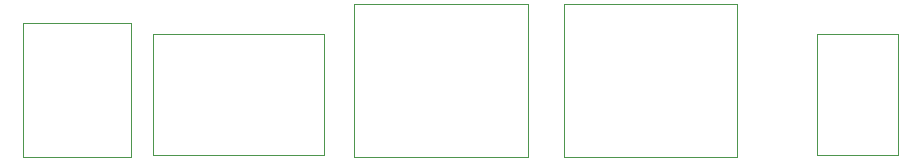
<source format=gbr>
G04 #@! TF.FileFunction,Drawing*
%FSLAX46Y46*%
G04 Gerber Fmt 4.6, Leading zero omitted, Abs format (unit mm)*
G04 Created by KiCad (PCBNEW 4.0.4+e1-6308~48~ubuntu15.10.1-stable) date Thu Jan 25 11:04:30 2018*
%MOMM*%
%LPD*%
G01*
G04 APERTURE LIST*
%ADD10C,0.100000*%
G04 APERTURE END LIST*
D10*
X70947522Y-95748040D02*
X70947522Y-106048040D01*
X56487522Y-95748040D02*
X70947522Y-95748040D01*
X56487522Y-106048040D02*
X56487522Y-95748040D01*
X70947522Y-106048040D02*
X56487522Y-106048040D01*
X119562522Y-95748040D02*
X119562522Y-106048040D01*
X112712522Y-95748040D02*
X119562522Y-95748040D01*
X112712522Y-106048040D02*
X112712522Y-95748040D01*
X119562522Y-106048040D02*
X112712522Y-106048040D01*
X105925522Y-106148040D02*
X91225522Y-106148040D01*
X105925522Y-93248040D02*
X105925522Y-106148040D01*
X91225522Y-93248040D02*
X105925522Y-93248040D01*
X91225522Y-106148040D02*
X91225522Y-93248040D01*
X88175522Y-106148040D02*
X73475522Y-106148040D01*
X88175522Y-93248040D02*
X88175522Y-106148040D01*
X73475522Y-93248040D02*
X88175522Y-93248040D01*
X73475522Y-106148040D02*
X73475522Y-93248040D01*
X54417522Y-94848040D02*
X54614822Y-94848040D01*
X54614822Y-94848040D02*
X54617522Y-95048040D01*
X54614822Y-106148040D02*
X54617522Y-105948040D01*
X54417522Y-106148040D02*
X54614822Y-106148040D01*
X45617522Y-94848040D02*
X45420222Y-94848040D01*
X45420222Y-94848040D02*
X45417522Y-95048040D01*
X45420222Y-106148040D02*
X45417522Y-105948040D01*
X45617522Y-106148040D02*
X45420222Y-106148040D01*
X54617522Y-105948040D02*
X54617522Y-95048040D01*
X45617522Y-106148040D02*
X54417522Y-106148040D01*
X45617522Y-94848040D02*
X54417522Y-94848040D01*
X45417522Y-95048040D02*
X45417522Y-105948040D01*
M02*

</source>
